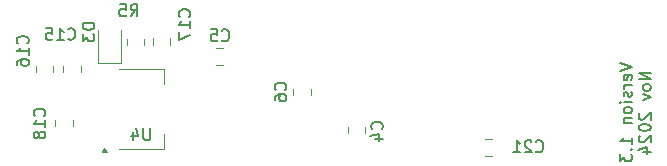
<source format=gbr>
%TF.GenerationSoftware,KiCad,Pcbnew,8.0.5*%
%TF.CreationDate,2024-12-22T00:31:45-07:00*%
%TF.ProjectId,2024_11_STM32F303_DaisyShape_v1_3,32303234-5f31-4315-9f53-544d33324633,rev?*%
%TF.SameCoordinates,Original*%
%TF.FileFunction,Legend,Bot*%
%TF.FilePolarity,Positive*%
%FSLAX46Y46*%
G04 Gerber Fmt 4.6, Leading zero omitted, Abs format (unit mm)*
G04 Created by KiCad (PCBNEW 8.0.5) date 2024-12-22 00:31:45*
%MOMM*%
%LPD*%
G01*
G04 APERTURE LIST*
%ADD10C,0.150000*%
%ADD11C,0.120000*%
G04 APERTURE END LIST*
D10*
X162289847Y-49524524D02*
X163289847Y-49857857D01*
X163289847Y-49857857D02*
X162289847Y-50191190D01*
X163242228Y-50905476D02*
X163289847Y-50810238D01*
X163289847Y-50810238D02*
X163289847Y-50619762D01*
X163289847Y-50619762D02*
X163242228Y-50524524D01*
X163242228Y-50524524D02*
X163146989Y-50476905D01*
X163146989Y-50476905D02*
X162766037Y-50476905D01*
X162766037Y-50476905D02*
X162670799Y-50524524D01*
X162670799Y-50524524D02*
X162623180Y-50619762D01*
X162623180Y-50619762D02*
X162623180Y-50810238D01*
X162623180Y-50810238D02*
X162670799Y-50905476D01*
X162670799Y-50905476D02*
X162766037Y-50953095D01*
X162766037Y-50953095D02*
X162861275Y-50953095D01*
X162861275Y-50953095D02*
X162956513Y-50476905D01*
X163289847Y-51381667D02*
X162623180Y-51381667D01*
X162813656Y-51381667D02*
X162718418Y-51429286D01*
X162718418Y-51429286D02*
X162670799Y-51476905D01*
X162670799Y-51476905D02*
X162623180Y-51572143D01*
X162623180Y-51572143D02*
X162623180Y-51667381D01*
X163242228Y-51953096D02*
X163289847Y-52048334D01*
X163289847Y-52048334D02*
X163289847Y-52238810D01*
X163289847Y-52238810D02*
X163242228Y-52334048D01*
X163242228Y-52334048D02*
X163146989Y-52381667D01*
X163146989Y-52381667D02*
X163099370Y-52381667D01*
X163099370Y-52381667D02*
X163004132Y-52334048D01*
X163004132Y-52334048D02*
X162956513Y-52238810D01*
X162956513Y-52238810D02*
X162956513Y-52095953D01*
X162956513Y-52095953D02*
X162908894Y-52000715D01*
X162908894Y-52000715D02*
X162813656Y-51953096D01*
X162813656Y-51953096D02*
X162766037Y-51953096D01*
X162766037Y-51953096D02*
X162670799Y-52000715D01*
X162670799Y-52000715D02*
X162623180Y-52095953D01*
X162623180Y-52095953D02*
X162623180Y-52238810D01*
X162623180Y-52238810D02*
X162670799Y-52334048D01*
X163289847Y-52810239D02*
X162623180Y-52810239D01*
X162289847Y-52810239D02*
X162337466Y-52762620D01*
X162337466Y-52762620D02*
X162385085Y-52810239D01*
X162385085Y-52810239D02*
X162337466Y-52857858D01*
X162337466Y-52857858D02*
X162289847Y-52810239D01*
X162289847Y-52810239D02*
X162385085Y-52810239D01*
X163289847Y-53429286D02*
X163242228Y-53334048D01*
X163242228Y-53334048D02*
X163194608Y-53286429D01*
X163194608Y-53286429D02*
X163099370Y-53238810D01*
X163099370Y-53238810D02*
X162813656Y-53238810D01*
X162813656Y-53238810D02*
X162718418Y-53286429D01*
X162718418Y-53286429D02*
X162670799Y-53334048D01*
X162670799Y-53334048D02*
X162623180Y-53429286D01*
X162623180Y-53429286D02*
X162623180Y-53572143D01*
X162623180Y-53572143D02*
X162670799Y-53667381D01*
X162670799Y-53667381D02*
X162718418Y-53715000D01*
X162718418Y-53715000D02*
X162813656Y-53762619D01*
X162813656Y-53762619D02*
X163099370Y-53762619D01*
X163099370Y-53762619D02*
X163194608Y-53715000D01*
X163194608Y-53715000D02*
X163242228Y-53667381D01*
X163242228Y-53667381D02*
X163289847Y-53572143D01*
X163289847Y-53572143D02*
X163289847Y-53429286D01*
X162623180Y-54191191D02*
X163289847Y-54191191D01*
X162718418Y-54191191D02*
X162670799Y-54238810D01*
X162670799Y-54238810D02*
X162623180Y-54334048D01*
X162623180Y-54334048D02*
X162623180Y-54476905D01*
X162623180Y-54476905D02*
X162670799Y-54572143D01*
X162670799Y-54572143D02*
X162766037Y-54619762D01*
X162766037Y-54619762D02*
X163289847Y-54619762D01*
X163289847Y-56381667D02*
X163289847Y-55810239D01*
X163289847Y-56095953D02*
X162289847Y-56095953D01*
X162289847Y-56095953D02*
X162432704Y-56000715D01*
X162432704Y-56000715D02*
X162527942Y-55905477D01*
X162527942Y-55905477D02*
X162575561Y-55810239D01*
X163194608Y-56810239D02*
X163242228Y-56857858D01*
X163242228Y-56857858D02*
X163289847Y-56810239D01*
X163289847Y-56810239D02*
X163242228Y-56762620D01*
X163242228Y-56762620D02*
X163194608Y-56810239D01*
X163194608Y-56810239D02*
X163289847Y-56810239D01*
X162289847Y-57191191D02*
X162289847Y-57810238D01*
X162289847Y-57810238D02*
X162670799Y-57476905D01*
X162670799Y-57476905D02*
X162670799Y-57619762D01*
X162670799Y-57619762D02*
X162718418Y-57715000D01*
X162718418Y-57715000D02*
X162766037Y-57762619D01*
X162766037Y-57762619D02*
X162861275Y-57810238D01*
X162861275Y-57810238D02*
X163099370Y-57810238D01*
X163099370Y-57810238D02*
X163194608Y-57762619D01*
X163194608Y-57762619D02*
X163242228Y-57715000D01*
X163242228Y-57715000D02*
X163289847Y-57619762D01*
X163289847Y-57619762D02*
X163289847Y-57334048D01*
X163289847Y-57334048D02*
X163242228Y-57238810D01*
X163242228Y-57238810D02*
X163194608Y-57191191D01*
X164899791Y-50310238D02*
X163899791Y-50310238D01*
X163899791Y-50310238D02*
X164899791Y-50881666D01*
X164899791Y-50881666D02*
X163899791Y-50881666D01*
X164899791Y-51500714D02*
X164852172Y-51405476D01*
X164852172Y-51405476D02*
X164804552Y-51357857D01*
X164804552Y-51357857D02*
X164709314Y-51310238D01*
X164709314Y-51310238D02*
X164423600Y-51310238D01*
X164423600Y-51310238D02*
X164328362Y-51357857D01*
X164328362Y-51357857D02*
X164280743Y-51405476D01*
X164280743Y-51405476D02*
X164233124Y-51500714D01*
X164233124Y-51500714D02*
X164233124Y-51643571D01*
X164233124Y-51643571D02*
X164280743Y-51738809D01*
X164280743Y-51738809D02*
X164328362Y-51786428D01*
X164328362Y-51786428D02*
X164423600Y-51834047D01*
X164423600Y-51834047D02*
X164709314Y-51834047D01*
X164709314Y-51834047D02*
X164804552Y-51786428D01*
X164804552Y-51786428D02*
X164852172Y-51738809D01*
X164852172Y-51738809D02*
X164899791Y-51643571D01*
X164899791Y-51643571D02*
X164899791Y-51500714D01*
X164233124Y-52167381D02*
X164899791Y-52405476D01*
X164899791Y-52405476D02*
X164233124Y-52643571D01*
X163995029Y-53738810D02*
X163947410Y-53786429D01*
X163947410Y-53786429D02*
X163899791Y-53881667D01*
X163899791Y-53881667D02*
X163899791Y-54119762D01*
X163899791Y-54119762D02*
X163947410Y-54215000D01*
X163947410Y-54215000D02*
X163995029Y-54262619D01*
X163995029Y-54262619D02*
X164090267Y-54310238D01*
X164090267Y-54310238D02*
X164185505Y-54310238D01*
X164185505Y-54310238D02*
X164328362Y-54262619D01*
X164328362Y-54262619D02*
X164899791Y-53691191D01*
X164899791Y-53691191D02*
X164899791Y-54310238D01*
X163899791Y-54929286D02*
X163899791Y-55024524D01*
X163899791Y-55024524D02*
X163947410Y-55119762D01*
X163947410Y-55119762D02*
X163995029Y-55167381D01*
X163995029Y-55167381D02*
X164090267Y-55215000D01*
X164090267Y-55215000D02*
X164280743Y-55262619D01*
X164280743Y-55262619D02*
X164518838Y-55262619D01*
X164518838Y-55262619D02*
X164709314Y-55215000D01*
X164709314Y-55215000D02*
X164804552Y-55167381D01*
X164804552Y-55167381D02*
X164852172Y-55119762D01*
X164852172Y-55119762D02*
X164899791Y-55024524D01*
X164899791Y-55024524D02*
X164899791Y-54929286D01*
X164899791Y-54929286D02*
X164852172Y-54834048D01*
X164852172Y-54834048D02*
X164804552Y-54786429D01*
X164804552Y-54786429D02*
X164709314Y-54738810D01*
X164709314Y-54738810D02*
X164518838Y-54691191D01*
X164518838Y-54691191D02*
X164280743Y-54691191D01*
X164280743Y-54691191D02*
X164090267Y-54738810D01*
X164090267Y-54738810D02*
X163995029Y-54786429D01*
X163995029Y-54786429D02*
X163947410Y-54834048D01*
X163947410Y-54834048D02*
X163899791Y-54929286D01*
X163995029Y-55643572D02*
X163947410Y-55691191D01*
X163947410Y-55691191D02*
X163899791Y-55786429D01*
X163899791Y-55786429D02*
X163899791Y-56024524D01*
X163899791Y-56024524D02*
X163947410Y-56119762D01*
X163947410Y-56119762D02*
X163995029Y-56167381D01*
X163995029Y-56167381D02*
X164090267Y-56215000D01*
X164090267Y-56215000D02*
X164185505Y-56215000D01*
X164185505Y-56215000D02*
X164328362Y-56167381D01*
X164328362Y-56167381D02*
X164899791Y-55595953D01*
X164899791Y-55595953D02*
X164899791Y-56215000D01*
X164233124Y-57072143D02*
X164899791Y-57072143D01*
X163852172Y-56834048D02*
X164566457Y-56595953D01*
X164566457Y-56595953D02*
X164566457Y-57215000D01*
X113554580Y-53974642D02*
X113602200Y-53927023D01*
X113602200Y-53927023D02*
X113649819Y-53784166D01*
X113649819Y-53784166D02*
X113649819Y-53688928D01*
X113649819Y-53688928D02*
X113602200Y-53546071D01*
X113602200Y-53546071D02*
X113506961Y-53450833D01*
X113506961Y-53450833D02*
X113411723Y-53403214D01*
X113411723Y-53403214D02*
X113221247Y-53355595D01*
X113221247Y-53355595D02*
X113078390Y-53355595D01*
X113078390Y-53355595D02*
X112887914Y-53403214D01*
X112887914Y-53403214D02*
X112792676Y-53450833D01*
X112792676Y-53450833D02*
X112697438Y-53546071D01*
X112697438Y-53546071D02*
X112649819Y-53688928D01*
X112649819Y-53688928D02*
X112649819Y-53784166D01*
X112649819Y-53784166D02*
X112697438Y-53927023D01*
X112697438Y-53927023D02*
X112745057Y-53974642D01*
X113649819Y-54927023D02*
X113649819Y-54355595D01*
X113649819Y-54641309D02*
X112649819Y-54641309D01*
X112649819Y-54641309D02*
X112792676Y-54546071D01*
X112792676Y-54546071D02*
X112887914Y-54450833D01*
X112887914Y-54450833D02*
X112935533Y-54355595D01*
X113078390Y-55498452D02*
X113030771Y-55403214D01*
X113030771Y-55403214D02*
X112983152Y-55355595D01*
X112983152Y-55355595D02*
X112887914Y-55307976D01*
X112887914Y-55307976D02*
X112840295Y-55307976D01*
X112840295Y-55307976D02*
X112745057Y-55355595D01*
X112745057Y-55355595D02*
X112697438Y-55403214D01*
X112697438Y-55403214D02*
X112649819Y-55498452D01*
X112649819Y-55498452D02*
X112649819Y-55688928D01*
X112649819Y-55688928D02*
X112697438Y-55784166D01*
X112697438Y-55784166D02*
X112745057Y-55831785D01*
X112745057Y-55831785D02*
X112840295Y-55879404D01*
X112840295Y-55879404D02*
X112887914Y-55879404D01*
X112887914Y-55879404D02*
X112983152Y-55831785D01*
X112983152Y-55831785D02*
X113030771Y-55784166D01*
X113030771Y-55784166D02*
X113078390Y-55688928D01*
X113078390Y-55688928D02*
X113078390Y-55498452D01*
X113078390Y-55498452D02*
X113126009Y-55403214D01*
X113126009Y-55403214D02*
X113173628Y-55355595D01*
X113173628Y-55355595D02*
X113268866Y-55307976D01*
X113268866Y-55307976D02*
X113459342Y-55307976D01*
X113459342Y-55307976D02*
X113554580Y-55355595D01*
X113554580Y-55355595D02*
X113602200Y-55403214D01*
X113602200Y-55403214D02*
X113649819Y-55498452D01*
X113649819Y-55498452D02*
X113649819Y-55688928D01*
X113649819Y-55688928D02*
X113602200Y-55784166D01*
X113602200Y-55784166D02*
X113554580Y-55831785D01*
X113554580Y-55831785D02*
X113459342Y-55879404D01*
X113459342Y-55879404D02*
X113268866Y-55879404D01*
X113268866Y-55879404D02*
X113173628Y-55831785D01*
X113173628Y-55831785D02*
X113126009Y-55784166D01*
X113126009Y-55784166D02*
X113078390Y-55688928D01*
X125834580Y-45582142D02*
X125882200Y-45534523D01*
X125882200Y-45534523D02*
X125929819Y-45391666D01*
X125929819Y-45391666D02*
X125929819Y-45296428D01*
X125929819Y-45296428D02*
X125882200Y-45153571D01*
X125882200Y-45153571D02*
X125786961Y-45058333D01*
X125786961Y-45058333D02*
X125691723Y-45010714D01*
X125691723Y-45010714D02*
X125501247Y-44963095D01*
X125501247Y-44963095D02*
X125358390Y-44963095D01*
X125358390Y-44963095D02*
X125167914Y-45010714D01*
X125167914Y-45010714D02*
X125072676Y-45058333D01*
X125072676Y-45058333D02*
X124977438Y-45153571D01*
X124977438Y-45153571D02*
X124929819Y-45296428D01*
X124929819Y-45296428D02*
X124929819Y-45391666D01*
X124929819Y-45391666D02*
X124977438Y-45534523D01*
X124977438Y-45534523D02*
X125025057Y-45582142D01*
X125929819Y-46534523D02*
X125929819Y-45963095D01*
X125929819Y-46248809D02*
X124929819Y-46248809D01*
X124929819Y-46248809D02*
X125072676Y-46153571D01*
X125072676Y-46153571D02*
X125167914Y-46058333D01*
X125167914Y-46058333D02*
X125215533Y-45963095D01*
X124929819Y-46867857D02*
X124929819Y-47534523D01*
X124929819Y-47534523D02*
X125929819Y-47105952D01*
X128591666Y-47559580D02*
X128639285Y-47607200D01*
X128639285Y-47607200D02*
X128782142Y-47654819D01*
X128782142Y-47654819D02*
X128877380Y-47654819D01*
X128877380Y-47654819D02*
X129020237Y-47607200D01*
X129020237Y-47607200D02*
X129115475Y-47511961D01*
X129115475Y-47511961D02*
X129163094Y-47416723D01*
X129163094Y-47416723D02*
X129210713Y-47226247D01*
X129210713Y-47226247D02*
X129210713Y-47083390D01*
X129210713Y-47083390D02*
X129163094Y-46892914D01*
X129163094Y-46892914D02*
X129115475Y-46797676D01*
X129115475Y-46797676D02*
X129020237Y-46702438D01*
X129020237Y-46702438D02*
X128877380Y-46654819D01*
X128877380Y-46654819D02*
X128782142Y-46654819D01*
X128782142Y-46654819D02*
X128639285Y-46702438D01*
X128639285Y-46702438D02*
X128591666Y-46750057D01*
X127686904Y-46654819D02*
X128163094Y-46654819D01*
X128163094Y-46654819D02*
X128210713Y-47131009D01*
X128210713Y-47131009D02*
X128163094Y-47083390D01*
X128163094Y-47083390D02*
X128067856Y-47035771D01*
X128067856Y-47035771D02*
X127829761Y-47035771D01*
X127829761Y-47035771D02*
X127734523Y-47083390D01*
X127734523Y-47083390D02*
X127686904Y-47131009D01*
X127686904Y-47131009D02*
X127639285Y-47226247D01*
X127639285Y-47226247D02*
X127639285Y-47464342D01*
X127639285Y-47464342D02*
X127686904Y-47559580D01*
X127686904Y-47559580D02*
X127734523Y-47607200D01*
X127734523Y-47607200D02*
X127829761Y-47654819D01*
X127829761Y-47654819D02*
X128067856Y-47654819D01*
X128067856Y-47654819D02*
X128163094Y-47607200D01*
X128163094Y-47607200D02*
X128210713Y-47559580D01*
X155172857Y-56964580D02*
X155220476Y-57012200D01*
X155220476Y-57012200D02*
X155363333Y-57059819D01*
X155363333Y-57059819D02*
X155458571Y-57059819D01*
X155458571Y-57059819D02*
X155601428Y-57012200D01*
X155601428Y-57012200D02*
X155696666Y-56916961D01*
X155696666Y-56916961D02*
X155744285Y-56821723D01*
X155744285Y-56821723D02*
X155791904Y-56631247D01*
X155791904Y-56631247D02*
X155791904Y-56488390D01*
X155791904Y-56488390D02*
X155744285Y-56297914D01*
X155744285Y-56297914D02*
X155696666Y-56202676D01*
X155696666Y-56202676D02*
X155601428Y-56107438D01*
X155601428Y-56107438D02*
X155458571Y-56059819D01*
X155458571Y-56059819D02*
X155363333Y-56059819D01*
X155363333Y-56059819D02*
X155220476Y-56107438D01*
X155220476Y-56107438D02*
X155172857Y-56155057D01*
X154791904Y-56155057D02*
X154744285Y-56107438D01*
X154744285Y-56107438D02*
X154649047Y-56059819D01*
X154649047Y-56059819D02*
X154410952Y-56059819D01*
X154410952Y-56059819D02*
X154315714Y-56107438D01*
X154315714Y-56107438D02*
X154268095Y-56155057D01*
X154268095Y-56155057D02*
X154220476Y-56250295D01*
X154220476Y-56250295D02*
X154220476Y-56345533D01*
X154220476Y-56345533D02*
X154268095Y-56488390D01*
X154268095Y-56488390D02*
X154839523Y-57059819D01*
X154839523Y-57059819D02*
X154220476Y-57059819D01*
X153268095Y-57059819D02*
X153839523Y-57059819D01*
X153553809Y-57059819D02*
X153553809Y-56059819D01*
X153553809Y-56059819D02*
X153649047Y-56202676D01*
X153649047Y-56202676D02*
X153744285Y-56297914D01*
X153744285Y-56297914D02*
X153839523Y-56345533D01*
X120866666Y-45529819D02*
X121199999Y-45053628D01*
X121438094Y-45529819D02*
X121438094Y-44529819D01*
X121438094Y-44529819D02*
X121057142Y-44529819D01*
X121057142Y-44529819D02*
X120961904Y-44577438D01*
X120961904Y-44577438D02*
X120914285Y-44625057D01*
X120914285Y-44625057D02*
X120866666Y-44720295D01*
X120866666Y-44720295D02*
X120866666Y-44863152D01*
X120866666Y-44863152D02*
X120914285Y-44958390D01*
X120914285Y-44958390D02*
X120961904Y-45006009D01*
X120961904Y-45006009D02*
X121057142Y-45053628D01*
X121057142Y-45053628D02*
X121438094Y-45053628D01*
X119961904Y-44529819D02*
X120438094Y-44529819D01*
X120438094Y-44529819D02*
X120485713Y-45006009D01*
X120485713Y-45006009D02*
X120438094Y-44958390D01*
X120438094Y-44958390D02*
X120342856Y-44910771D01*
X120342856Y-44910771D02*
X120104761Y-44910771D01*
X120104761Y-44910771D02*
X120009523Y-44958390D01*
X120009523Y-44958390D02*
X119961904Y-45006009D01*
X119961904Y-45006009D02*
X119914285Y-45101247D01*
X119914285Y-45101247D02*
X119914285Y-45339342D01*
X119914285Y-45339342D02*
X119961904Y-45434580D01*
X119961904Y-45434580D02*
X120009523Y-45482200D01*
X120009523Y-45482200D02*
X120104761Y-45529819D01*
X120104761Y-45529819D02*
X120342856Y-45529819D01*
X120342856Y-45529819D02*
X120438094Y-45482200D01*
X120438094Y-45482200D02*
X120485713Y-45434580D01*
X115567857Y-47459580D02*
X115615476Y-47507200D01*
X115615476Y-47507200D02*
X115758333Y-47554819D01*
X115758333Y-47554819D02*
X115853571Y-47554819D01*
X115853571Y-47554819D02*
X115996428Y-47507200D01*
X115996428Y-47507200D02*
X116091666Y-47411961D01*
X116091666Y-47411961D02*
X116139285Y-47316723D01*
X116139285Y-47316723D02*
X116186904Y-47126247D01*
X116186904Y-47126247D02*
X116186904Y-46983390D01*
X116186904Y-46983390D02*
X116139285Y-46792914D01*
X116139285Y-46792914D02*
X116091666Y-46697676D01*
X116091666Y-46697676D02*
X115996428Y-46602438D01*
X115996428Y-46602438D02*
X115853571Y-46554819D01*
X115853571Y-46554819D02*
X115758333Y-46554819D01*
X115758333Y-46554819D02*
X115615476Y-46602438D01*
X115615476Y-46602438D02*
X115567857Y-46650057D01*
X114615476Y-47554819D02*
X115186904Y-47554819D01*
X114901190Y-47554819D02*
X114901190Y-46554819D01*
X114901190Y-46554819D02*
X114996428Y-46697676D01*
X114996428Y-46697676D02*
X115091666Y-46792914D01*
X115091666Y-46792914D02*
X115186904Y-46840533D01*
X113710714Y-46554819D02*
X114186904Y-46554819D01*
X114186904Y-46554819D02*
X114234523Y-47031009D01*
X114234523Y-47031009D02*
X114186904Y-46983390D01*
X114186904Y-46983390D02*
X114091666Y-46935771D01*
X114091666Y-46935771D02*
X113853571Y-46935771D01*
X113853571Y-46935771D02*
X113758333Y-46983390D01*
X113758333Y-46983390D02*
X113710714Y-47031009D01*
X113710714Y-47031009D02*
X113663095Y-47126247D01*
X113663095Y-47126247D02*
X113663095Y-47364342D01*
X113663095Y-47364342D02*
X113710714Y-47459580D01*
X113710714Y-47459580D02*
X113758333Y-47507200D01*
X113758333Y-47507200D02*
X113853571Y-47554819D01*
X113853571Y-47554819D02*
X114091666Y-47554819D01*
X114091666Y-47554819D02*
X114186904Y-47507200D01*
X114186904Y-47507200D02*
X114234523Y-47459580D01*
X133959580Y-51783333D02*
X134007200Y-51735714D01*
X134007200Y-51735714D02*
X134054819Y-51592857D01*
X134054819Y-51592857D02*
X134054819Y-51497619D01*
X134054819Y-51497619D02*
X134007200Y-51354762D01*
X134007200Y-51354762D02*
X133911961Y-51259524D01*
X133911961Y-51259524D02*
X133816723Y-51211905D01*
X133816723Y-51211905D02*
X133626247Y-51164286D01*
X133626247Y-51164286D02*
X133483390Y-51164286D01*
X133483390Y-51164286D02*
X133292914Y-51211905D01*
X133292914Y-51211905D02*
X133197676Y-51259524D01*
X133197676Y-51259524D02*
X133102438Y-51354762D01*
X133102438Y-51354762D02*
X133054819Y-51497619D01*
X133054819Y-51497619D02*
X133054819Y-51592857D01*
X133054819Y-51592857D02*
X133102438Y-51735714D01*
X133102438Y-51735714D02*
X133150057Y-51783333D01*
X133054819Y-52640476D02*
X133054819Y-52450000D01*
X133054819Y-52450000D02*
X133102438Y-52354762D01*
X133102438Y-52354762D02*
X133150057Y-52307143D01*
X133150057Y-52307143D02*
X133292914Y-52211905D01*
X133292914Y-52211905D02*
X133483390Y-52164286D01*
X133483390Y-52164286D02*
X133864342Y-52164286D01*
X133864342Y-52164286D02*
X133959580Y-52211905D01*
X133959580Y-52211905D02*
X134007200Y-52259524D01*
X134007200Y-52259524D02*
X134054819Y-52354762D01*
X134054819Y-52354762D02*
X134054819Y-52545238D01*
X134054819Y-52545238D02*
X134007200Y-52640476D01*
X134007200Y-52640476D02*
X133959580Y-52688095D01*
X133959580Y-52688095D02*
X133864342Y-52735714D01*
X133864342Y-52735714D02*
X133626247Y-52735714D01*
X133626247Y-52735714D02*
X133531009Y-52688095D01*
X133531009Y-52688095D02*
X133483390Y-52640476D01*
X133483390Y-52640476D02*
X133435771Y-52545238D01*
X133435771Y-52545238D02*
X133435771Y-52354762D01*
X133435771Y-52354762D02*
X133483390Y-52259524D01*
X133483390Y-52259524D02*
X133531009Y-52211905D01*
X133531009Y-52211905D02*
X133626247Y-52164286D01*
X117804819Y-46136905D02*
X116804819Y-46136905D01*
X116804819Y-46136905D02*
X116804819Y-46375000D01*
X116804819Y-46375000D02*
X116852438Y-46517857D01*
X116852438Y-46517857D02*
X116947676Y-46613095D01*
X116947676Y-46613095D02*
X117042914Y-46660714D01*
X117042914Y-46660714D02*
X117233390Y-46708333D01*
X117233390Y-46708333D02*
X117376247Y-46708333D01*
X117376247Y-46708333D02*
X117566723Y-46660714D01*
X117566723Y-46660714D02*
X117661961Y-46613095D01*
X117661961Y-46613095D02*
X117757200Y-46517857D01*
X117757200Y-46517857D02*
X117804819Y-46375000D01*
X117804819Y-46375000D02*
X117804819Y-46136905D01*
X116804819Y-47041667D02*
X116804819Y-47660714D01*
X116804819Y-47660714D02*
X117185771Y-47327381D01*
X117185771Y-47327381D02*
X117185771Y-47470238D01*
X117185771Y-47470238D02*
X117233390Y-47565476D01*
X117233390Y-47565476D02*
X117281009Y-47613095D01*
X117281009Y-47613095D02*
X117376247Y-47660714D01*
X117376247Y-47660714D02*
X117614342Y-47660714D01*
X117614342Y-47660714D02*
X117709580Y-47613095D01*
X117709580Y-47613095D02*
X117757200Y-47565476D01*
X117757200Y-47565476D02*
X117804819Y-47470238D01*
X117804819Y-47470238D02*
X117804819Y-47184524D01*
X117804819Y-47184524D02*
X117757200Y-47089286D01*
X117757200Y-47089286D02*
X117709580Y-47041667D01*
X142129580Y-55095833D02*
X142177200Y-55048214D01*
X142177200Y-55048214D02*
X142224819Y-54905357D01*
X142224819Y-54905357D02*
X142224819Y-54810119D01*
X142224819Y-54810119D02*
X142177200Y-54667262D01*
X142177200Y-54667262D02*
X142081961Y-54572024D01*
X142081961Y-54572024D02*
X141986723Y-54524405D01*
X141986723Y-54524405D02*
X141796247Y-54476786D01*
X141796247Y-54476786D02*
X141653390Y-54476786D01*
X141653390Y-54476786D02*
X141462914Y-54524405D01*
X141462914Y-54524405D02*
X141367676Y-54572024D01*
X141367676Y-54572024D02*
X141272438Y-54667262D01*
X141272438Y-54667262D02*
X141224819Y-54810119D01*
X141224819Y-54810119D02*
X141224819Y-54905357D01*
X141224819Y-54905357D02*
X141272438Y-55048214D01*
X141272438Y-55048214D02*
X141320057Y-55095833D01*
X141558152Y-55952976D02*
X142224819Y-55952976D01*
X141177200Y-55714881D02*
X141891485Y-55476786D01*
X141891485Y-55476786D02*
X141891485Y-56095833D01*
X122521904Y-55039819D02*
X122521904Y-55849342D01*
X122521904Y-55849342D02*
X122474285Y-55944580D01*
X122474285Y-55944580D02*
X122426666Y-55992200D01*
X122426666Y-55992200D02*
X122331428Y-56039819D01*
X122331428Y-56039819D02*
X122140952Y-56039819D01*
X122140952Y-56039819D02*
X122045714Y-55992200D01*
X122045714Y-55992200D02*
X121998095Y-55944580D01*
X121998095Y-55944580D02*
X121950476Y-55849342D01*
X121950476Y-55849342D02*
X121950476Y-55039819D01*
X121045714Y-55373152D02*
X121045714Y-56039819D01*
X121283809Y-54992200D02*
X121521904Y-55706485D01*
X121521904Y-55706485D02*
X120902857Y-55706485D01*
X112134580Y-47832142D02*
X112182200Y-47784523D01*
X112182200Y-47784523D02*
X112229819Y-47641666D01*
X112229819Y-47641666D02*
X112229819Y-47546428D01*
X112229819Y-47546428D02*
X112182200Y-47403571D01*
X112182200Y-47403571D02*
X112086961Y-47308333D01*
X112086961Y-47308333D02*
X111991723Y-47260714D01*
X111991723Y-47260714D02*
X111801247Y-47213095D01*
X111801247Y-47213095D02*
X111658390Y-47213095D01*
X111658390Y-47213095D02*
X111467914Y-47260714D01*
X111467914Y-47260714D02*
X111372676Y-47308333D01*
X111372676Y-47308333D02*
X111277438Y-47403571D01*
X111277438Y-47403571D02*
X111229819Y-47546428D01*
X111229819Y-47546428D02*
X111229819Y-47641666D01*
X111229819Y-47641666D02*
X111277438Y-47784523D01*
X111277438Y-47784523D02*
X111325057Y-47832142D01*
X112229819Y-48784523D02*
X112229819Y-48213095D01*
X112229819Y-48498809D02*
X111229819Y-48498809D01*
X111229819Y-48498809D02*
X111372676Y-48403571D01*
X111372676Y-48403571D02*
X111467914Y-48308333D01*
X111467914Y-48308333D02*
X111515533Y-48213095D01*
X111229819Y-49641666D02*
X111229819Y-49451190D01*
X111229819Y-49451190D02*
X111277438Y-49355952D01*
X111277438Y-49355952D02*
X111325057Y-49308333D01*
X111325057Y-49308333D02*
X111467914Y-49213095D01*
X111467914Y-49213095D02*
X111658390Y-49165476D01*
X111658390Y-49165476D02*
X112039342Y-49165476D01*
X112039342Y-49165476D02*
X112134580Y-49213095D01*
X112134580Y-49213095D02*
X112182200Y-49260714D01*
X112182200Y-49260714D02*
X112229819Y-49355952D01*
X112229819Y-49355952D02*
X112229819Y-49546428D01*
X112229819Y-49546428D02*
X112182200Y-49641666D01*
X112182200Y-49641666D02*
X112134580Y-49689285D01*
X112134580Y-49689285D02*
X112039342Y-49736904D01*
X112039342Y-49736904D02*
X111801247Y-49736904D01*
X111801247Y-49736904D02*
X111706009Y-49689285D01*
X111706009Y-49689285D02*
X111658390Y-49641666D01*
X111658390Y-49641666D02*
X111610771Y-49546428D01*
X111610771Y-49546428D02*
X111610771Y-49355952D01*
X111610771Y-49355952D02*
X111658390Y-49260714D01*
X111658390Y-49260714D02*
X111706009Y-49213095D01*
X111706009Y-49213095D02*
X111801247Y-49165476D01*
D11*
%TO.C,C18*%
X114495000Y-54823752D02*
X114495000Y-54301248D01*
X115965000Y-54823752D02*
X115965000Y-54301248D01*
%TO.C,C17*%
X122740000Y-47413748D02*
X122740000Y-47936252D01*
X124210000Y-47413748D02*
X124210000Y-47936252D01*
%TO.C,C5*%
X128138748Y-48215000D02*
X128661252Y-48215000D01*
X128138748Y-49685000D02*
X128661252Y-49685000D01*
%TO.C,C21*%
X150913748Y-55915000D02*
X151436252Y-55915000D01*
X150913748Y-57385000D02*
X151436252Y-57385000D01*
%TO.C,R5*%
X120540000Y-47952064D02*
X120540000Y-47497936D01*
X122010000Y-47952064D02*
X122010000Y-47497936D01*
%TO.C,C15*%
X115165000Y-49763748D02*
X115165000Y-50286252D01*
X116635000Y-49763748D02*
X116635000Y-50286252D01*
%TO.C,C6*%
X134640000Y-51713748D02*
X134640000Y-52236252D01*
X136110000Y-51713748D02*
X136110000Y-52236252D01*
%TO.C,D3*%
X118115000Y-46675000D02*
X118115000Y-49535000D01*
X118115000Y-49535000D02*
X120035000Y-49535000D01*
X120035000Y-49535000D02*
X120035000Y-46675000D01*
%TO.C,C4*%
X139235000Y-54926248D02*
X139235000Y-55448752D01*
X140705000Y-54926248D02*
X140705000Y-55448752D01*
%TO.C,U4*%
X123685000Y-49977500D02*
X119925000Y-49977500D01*
X123685000Y-51237500D02*
X123685000Y-49977500D01*
X123685000Y-55537500D02*
X123685000Y-56797500D01*
X123685000Y-56797500D02*
X119925000Y-56797500D01*
X118885000Y-57027500D02*
X118405000Y-57027500D01*
X118645000Y-56697500D01*
X118885000Y-57027500D01*
G36*
X118885000Y-57027500D02*
G01*
X118405000Y-57027500D01*
X118645000Y-56697500D01*
X118885000Y-57027500D01*
G37*
%TO.C,C16*%
X112865000Y-49763748D02*
X112865000Y-50286252D01*
X114335000Y-49763748D02*
X114335000Y-50286252D01*
%TD*%
M02*

</source>
